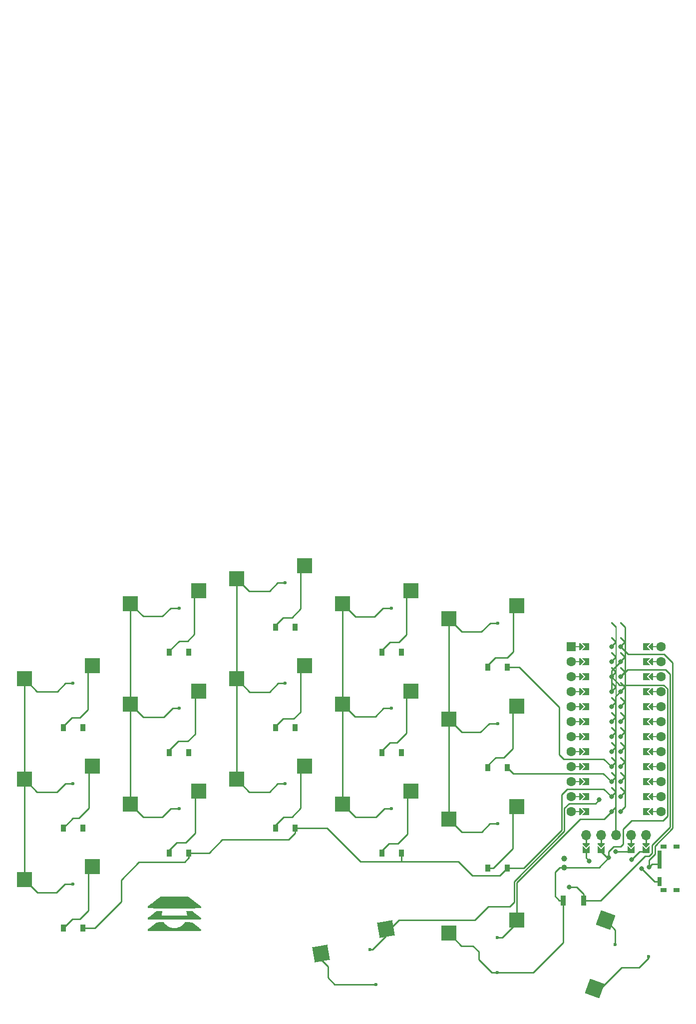
<source format=gbr>
%TF.GenerationSoftware,KiCad,Pcbnew,(6.0.9-0)*%
%TF.CreationDate,2022-12-30T00:27:58+01:00*%
%TF.ProjectId,beamer,6265616d-6572-42e6-9b69-6361645f7063,v1.0.0*%
%TF.SameCoordinates,Original*%
%TF.FileFunction,Copper,L1,Top*%
%TF.FilePolarity,Positive*%
%FSLAX46Y46*%
G04 Gerber Fmt 4.6, Leading zero omitted, Abs format (unit mm)*
G04 Created by KiCad (PCBNEW (6.0.9-0)) date 2022-12-30 00:27:58*
%MOMM*%
%LPD*%
G01*
G04 APERTURE LIST*
G04 Aperture macros list*
%AMRotRect*
0 Rectangle, with rotation*
0 The origin of the aperture is its center*
0 $1 length*
0 $2 width*
0 $3 Rotation angle, in degrees counterclockwise*
0 Add horizontal line*
21,1,$1,$2,0,0,$3*%
%AMFreePoly0*
4,1,49,0.088388,4.152388,0.854389,3.386388,0.867708,3.368551,0.871189,3.365530,0.871982,3.362827,0.875852,3.357644,0.882333,3.327543,0.891000,3.298000,0.891000,0.766000,0.887805,0.743969,0.888131,0.739371,0.886780,0.736898,0.885852,0.730498,0.869154,0.704638,0.854389,0.677612,0.088388,-0.088388,0.064607,-0.106146,0.062500,-0.108253,0.061385,-0.108552,0.059644,-0.109852,
0.043810,-0.113261,0.000000,-0.125000,-0.004774,-0.123721,-0.009154,-0.124664,-0.028953,-0.117242,-0.062500,-0.108253,-0.068237,-0.102516,-0.075052,-0.099961,-0.087614,-0.083139,-0.108253,-0.062500,-0.111178,-0.051584,-0.117161,-0.043572,-0.118539,-0.024114,-0.125000,0.000000,-0.121239,0.014035,-0.122131,0.026629,-0.113759,0.041953,-0.108253,0.062500,-0.095642,0.075111,-0.088388,0.088388,
0.641000,0.817777,0.641000,3.246223,-0.088388,3.975612,-0.109852,4.004356,-0.124664,4.073154,-0.099961,4.139052,-0.043572,4.181161,0.026629,4.186131,0.088388,4.152388,0.088388,4.152388,$1*%
%AMFreePoly1*
4,1,6,0.600000,0.200000,0.000000,-0.400000,-0.600000,0.200000,-0.600000,0.400000,0.600000,0.400000,0.600000,0.200000,0.600000,0.200000,$1*%
%AMFreePoly2*
4,1,6,0.600000,-0.250000,-0.600000,-0.250000,-0.600000,1.000000,0.000000,0.400000,0.600000,1.000000,0.600000,-0.250000,0.600000,-0.250000,$1*%
%AMFreePoly3*
4,1,5,0.125000,-0.500000,-0.125000,-0.500000,-0.125000,0.500000,0.125000,0.500000,0.125000,-0.500000,0.125000,-0.500000,$1*%
%AMFreePoly4*
4,1,49,0.088388,4.152388,0.850389,3.390388,0.863708,3.372551,0.867189,3.369530,0.867982,3.366827,0.871852,3.361644,0.878333,3.331543,0.887000,3.302000,0.887000,0.762000,0.883805,0.739969,0.884131,0.735371,0.882780,0.732898,0.881852,0.726498,0.865154,0.700638,0.850389,0.673612,0.088388,-0.088388,0.064607,-0.106146,0.062500,-0.108253,0.061385,-0.108552,0.059644,-0.109852,
0.043810,-0.113261,0.000000,-0.125000,-0.004774,-0.123721,-0.009154,-0.124664,-0.028953,-0.117242,-0.062500,-0.108253,-0.068237,-0.102516,-0.075052,-0.099961,-0.087614,-0.083139,-0.108253,-0.062500,-0.111178,-0.051584,-0.117161,-0.043572,-0.118539,-0.024114,-0.125000,0.000000,-0.121239,0.014035,-0.122131,0.026629,-0.113759,0.041953,-0.108253,0.062500,-0.095642,0.075111,-0.088388,0.088388,
0.637000,0.813777,0.637000,3.250223,-0.088388,3.975612,-0.109852,4.004356,-0.124664,4.073154,-0.099961,4.139052,-0.043572,4.181161,0.026629,4.186131,0.088388,4.152388,0.088388,4.152388,$1*%
G04 Aperture macros list end*
%TA.AperFunction,SMDPad,CuDef*%
%ADD10R,2.600000X2.600000*%
%TD*%
%TA.AperFunction,ComponentPad*%
%ADD11R,0.900000X1.200000*%
%TD*%
%TA.AperFunction,ComponentPad*%
%ADD12C,0.600000*%
%TD*%
%TA.AperFunction,SMDPad,CuDef*%
%ADD13RotRect,2.600000X2.600000X10.000000*%
%TD*%
%TA.AperFunction,SMDPad,CuDef*%
%ADD14RotRect,2.600000X2.600000X70.000000*%
%TD*%
%TA.AperFunction,SMDPad,CuDef*%
%ADD15FreePoly0,270.000000*%
%TD*%
%TA.AperFunction,ComponentPad*%
%ADD16C,1.600000*%
%TD*%
%TA.AperFunction,SMDPad,CuDef*%
%ADD17FreePoly1,90.000000*%
%TD*%
%TA.AperFunction,SMDPad,CuDef*%
%ADD18FreePoly2,90.000000*%
%TD*%
%TA.AperFunction,SMDPad,CuDef*%
%ADD19FreePoly3,90.000000*%
%TD*%
%TA.AperFunction,ComponentPad*%
%ADD20R,1.600000X1.600000*%
%TD*%
%TA.AperFunction,SMDPad,CuDef*%
%ADD21FreePoly2,270.000000*%
%TD*%
%TA.AperFunction,SMDPad,CuDef*%
%ADD22FreePoly3,270.000000*%
%TD*%
%TA.AperFunction,SMDPad,CuDef*%
%ADD23FreePoly1,270.000000*%
%TD*%
%TA.AperFunction,SMDPad,CuDef*%
%ADD24FreePoly4,90.000000*%
%TD*%
%TA.AperFunction,ComponentPad*%
%ADD25C,0.800000*%
%TD*%
%TA.AperFunction,ComponentPad*%
%ADD26O,1.700000X1.700000*%
%TD*%
%TA.AperFunction,SMDPad,CuDef*%
%ADD27FreePoly1,0.000000*%
%TD*%
%TA.AperFunction,SMDPad,CuDef*%
%ADD28FreePoly2,0.000000*%
%TD*%
%TA.AperFunction,SMDPad,CuDef*%
%ADD29R,0.700000X1.500000*%
%TD*%
%TA.AperFunction,SMDPad,CuDef*%
%ADD30R,1.000000X0.800000*%
%TD*%
%TA.AperFunction,SMDPad,CuDef*%
%ADD31R,0.900000X1.700000*%
%TD*%
%TA.AperFunction,ComponentPad*%
%ADD32C,1.000000*%
%TD*%
%TA.AperFunction,ViaPad*%
%ADD33C,0.800000*%
%TD*%
%TA.AperFunction,Conductor*%
%ADD34C,0.250000*%
%TD*%
G04 APERTURE END LIST*
%TO.C,*%
G36*
X176507660Y-160188672D02*
G01*
X176629796Y-160188818D01*
X176735254Y-160189172D01*
X176825536Y-160189842D01*
X176902146Y-160190938D01*
X176966588Y-160192570D01*
X177020364Y-160194846D01*
X177064977Y-160197876D01*
X177101930Y-160201769D01*
X177132728Y-160206634D01*
X177158872Y-160212581D01*
X177181867Y-160219718D01*
X177203214Y-160228156D01*
X177224418Y-160238003D01*
X177230964Y-160241242D01*
X177253984Y-160254728D01*
X177288388Y-160277477D01*
X177331308Y-160307463D01*
X177379873Y-160342662D01*
X177431213Y-160381049D01*
X177456112Y-160400098D01*
X177624722Y-160530194D01*
X177779253Y-160649581D01*
X177920093Y-160758566D01*
X178047628Y-160857453D01*
X178162247Y-160946547D01*
X178264338Y-161026153D01*
X178354288Y-161096577D01*
X178432484Y-161158123D01*
X178499316Y-161211096D01*
X178555169Y-161255801D01*
X178600433Y-161292543D01*
X178635495Y-161321627D01*
X178660742Y-161343358D01*
X178676562Y-161358042D01*
X178682763Y-161365023D01*
X178698242Y-161394418D01*
X178711297Y-161430339D01*
X178715132Y-161445497D01*
X178718463Y-161503449D01*
X178705671Y-161559564D01*
X178678750Y-161610519D01*
X178639698Y-161652987D01*
X178590512Y-161683643D01*
X178566967Y-161692299D01*
X178562051Y-161693405D01*
X178554637Y-161694453D01*
X178544247Y-161695443D01*
X178530405Y-161696378D01*
X178512636Y-161697259D01*
X178490461Y-161698087D01*
X178463405Y-161698864D01*
X178430991Y-161699592D01*
X178392743Y-161700271D01*
X178348184Y-161700903D01*
X178296837Y-161701490D01*
X178238226Y-161702034D01*
X178171875Y-161702535D01*
X178097307Y-161702995D01*
X178014045Y-161703416D01*
X177921612Y-161703799D01*
X177819533Y-161704145D01*
X177707331Y-161704457D01*
X177584529Y-161704735D01*
X177450651Y-161704982D01*
X177305220Y-161705197D01*
X177147759Y-161705384D01*
X176977793Y-161705543D01*
X176794844Y-161705676D01*
X176598436Y-161705785D01*
X176388092Y-161705870D01*
X176163336Y-161705934D01*
X175923692Y-161705978D01*
X175668683Y-161706003D01*
X175397832Y-161706011D01*
X175110662Y-161706003D01*
X174806698Y-161705981D01*
X174485463Y-161705946D01*
X174177489Y-161705904D01*
X173838736Y-161705850D01*
X173517695Y-161705787D01*
X173213899Y-161705716D01*
X172926876Y-161705633D01*
X172656159Y-161705538D01*
X172401279Y-161705428D01*
X172161766Y-161705303D01*
X171937151Y-161705161D01*
X171726965Y-161705001D01*
X171530740Y-161704820D01*
X171348005Y-161704618D01*
X171178292Y-161704393D01*
X171021132Y-161704143D01*
X170876056Y-161703867D01*
X170742594Y-161703563D01*
X170620278Y-161703230D01*
X170508639Y-161702867D01*
X170407207Y-161702471D01*
X170315513Y-161702042D01*
X170233089Y-161701577D01*
X170159464Y-161701076D01*
X170094171Y-161700536D01*
X170036740Y-161699957D01*
X169986701Y-161699337D01*
X169943587Y-161698673D01*
X169906927Y-161697966D01*
X169876253Y-161697213D01*
X169851095Y-161696412D01*
X169830985Y-161695563D01*
X169815454Y-161694663D01*
X169804031Y-161693712D01*
X169796249Y-161692707D01*
X169792050Y-161691781D01*
X169745224Y-161668934D01*
X169708415Y-161638564D01*
X169671578Y-161589989D01*
X169649929Y-161535175D01*
X169643786Y-161477517D01*
X169653470Y-161420410D01*
X169679300Y-161367250D01*
X169682431Y-161362770D01*
X169693722Y-161351517D01*
X169718270Y-161330222D01*
X169754850Y-161299838D01*
X169802234Y-161261312D01*
X169859197Y-161215595D01*
X169924511Y-161163637D01*
X169996950Y-161106388D01*
X170075288Y-161044797D01*
X170158298Y-160979814D01*
X170244753Y-160912388D01*
X170333427Y-160843471D01*
X170423094Y-160774011D01*
X170512527Y-160704958D01*
X170600499Y-160637262D01*
X170685784Y-160571874D01*
X170767156Y-160509742D01*
X170843387Y-160451816D01*
X170913252Y-160399047D01*
X170975524Y-160352383D01*
X171028976Y-160312776D01*
X171072381Y-160281174D01*
X171104514Y-160258528D01*
X171124148Y-160245786D01*
X171126565Y-160244460D01*
X171148513Y-160233567D01*
X171169852Y-160224199D01*
X171192090Y-160216239D01*
X171216733Y-160209572D01*
X171245287Y-160204082D01*
X171279259Y-160199655D01*
X171320155Y-160196175D01*
X171369483Y-160193526D01*
X171428748Y-160191594D01*
X171499457Y-160190263D01*
X171583117Y-160189417D01*
X171681234Y-160188942D01*
X171795314Y-160188721D01*
X171855164Y-160188672D01*
X172383461Y-160188355D01*
X172452042Y-160281822D01*
X172573756Y-160432624D01*
X172708325Y-160571386D01*
X172854510Y-160697317D01*
X173011068Y-160809621D01*
X173176760Y-160907506D01*
X173350344Y-160990177D01*
X173530579Y-161056841D01*
X173716224Y-161106704D01*
X173754139Y-161114640D01*
X173831230Y-161129199D01*
X173899175Y-161139915D01*
X173963541Y-161147310D01*
X174029897Y-161151908D01*
X174103809Y-161154233D01*
X174181412Y-161154815D01*
X174374959Y-161147236D01*
X174560253Y-161124182D01*
X174739317Y-161085180D01*
X174914174Y-161029753D01*
X175086846Y-160957427D01*
X175146976Y-160928116D01*
X175312201Y-160834883D01*
X175469915Y-160726339D01*
X175618034Y-160604244D01*
X175754474Y-160470359D01*
X175877150Y-160326446D01*
X175909195Y-160283985D01*
X175979363Y-160188355D01*
X176507660Y-160188672D01*
G37*
G36*
X176520919Y-158251338D02*
G01*
X176598374Y-158251746D01*
X176677282Y-158252338D01*
X176755553Y-158253098D01*
X176831096Y-158254012D01*
X176901820Y-158255064D01*
X176965635Y-158256238D01*
X177020449Y-158257520D01*
X177064172Y-158258892D01*
X177094714Y-158260341D01*
X177109288Y-158261712D01*
X177128470Y-158265397D01*
X177146840Y-158269715D01*
X177165340Y-158275322D01*
X177184913Y-158282872D01*
X177206503Y-158293020D01*
X177231053Y-158306420D01*
X177259504Y-158323727D01*
X177292802Y-158345595D01*
X177331888Y-158372680D01*
X177377705Y-158405635D01*
X177431197Y-158445116D01*
X177493307Y-158491777D01*
X177564978Y-158546273D01*
X177647152Y-158609258D01*
X177740773Y-158681388D01*
X177846784Y-158763316D01*
X177966128Y-158855698D01*
X177976473Y-158863709D01*
X178092652Y-158953717D01*
X178195297Y-159033331D01*
X178285272Y-159103256D01*
X178363446Y-159164196D01*
X178430685Y-159216855D01*
X178487856Y-159261938D01*
X178535825Y-159300148D01*
X178575459Y-159332190D01*
X178607626Y-159358769D01*
X178633192Y-159380588D01*
X178653023Y-159398352D01*
X178667987Y-159412764D01*
X178678950Y-159424530D01*
X178686779Y-159434353D01*
X178692341Y-159442937D01*
X178694655Y-159447203D01*
X178714252Y-159504137D01*
X178717471Y-159562764D01*
X178705249Y-159619659D01*
X178678523Y-159671396D01*
X178638229Y-159714549D01*
X178617524Y-159729264D01*
X178573747Y-159756537D01*
X174190035Y-159758838D01*
X169806322Y-159761138D01*
X169757504Y-159735716D01*
X169709741Y-159701302D01*
X169674528Y-159656177D01*
X169652676Y-159603516D01*
X169644999Y-159546494D01*
X169652310Y-159488286D01*
X169675421Y-159432068D01*
X169678458Y-159426963D01*
X169688381Y-159416890D01*
X169711561Y-159396744D01*
X169746784Y-159367465D01*
X169792841Y-159329993D01*
X169848519Y-159285267D01*
X169912607Y-159234229D01*
X169983895Y-159177817D01*
X170061169Y-159116971D01*
X170143220Y-159052632D01*
X170228835Y-158985740D01*
X170316803Y-158917233D01*
X170405914Y-158848053D01*
X170494955Y-158779139D01*
X170582715Y-158711431D01*
X170667983Y-158645869D01*
X170749547Y-158583393D01*
X170826197Y-158524943D01*
X170896720Y-158471459D01*
X170959906Y-158423880D01*
X171014542Y-158383147D01*
X171059418Y-158350199D01*
X171093323Y-158325977D01*
X171115044Y-158311420D01*
X171119634Y-158308734D01*
X171143074Y-158296581D01*
X171165510Y-158286306D01*
X171188657Y-158277752D01*
X171214229Y-158270760D01*
X171243938Y-158265173D01*
X171279498Y-158260833D01*
X171322622Y-158257583D01*
X171375025Y-158255265D01*
X171438419Y-158253722D01*
X171514517Y-158252795D01*
X171605034Y-158252327D01*
X171711683Y-158252160D01*
X171734657Y-158252149D01*
X171838394Y-158252201D01*
X171925214Y-158252459D01*
X171996380Y-158252957D01*
X172053157Y-158253728D01*
X172096809Y-158254804D01*
X172128599Y-158256219D01*
X172149791Y-158258006D01*
X172161650Y-158260198D01*
X172165439Y-158262827D01*
X172165345Y-158263396D01*
X172123834Y-158387096D01*
X172089144Y-158522050D01*
X172062418Y-158662240D01*
X172044801Y-158801646D01*
X172037435Y-158934249D01*
X172037404Y-158936501D01*
X172035957Y-159047446D01*
X176326867Y-159047446D01*
X176325152Y-158931910D01*
X176317111Y-158792119D01*
X176297764Y-158645828D01*
X176268293Y-158499749D01*
X176229883Y-158360595D01*
X176218242Y-158325399D01*
X176207336Y-158293311D01*
X176199185Y-158268663D01*
X176195219Y-158255798D01*
X176195048Y-158254945D01*
X176203790Y-158253629D01*
X176228619Y-158252606D01*
X176267447Y-158251860D01*
X176318181Y-158251376D01*
X176378732Y-158251138D01*
X176447008Y-158251130D01*
X176520919Y-158251338D01*
G37*
G36*
X173079915Y-155816562D02*
G01*
X173248958Y-155816674D01*
X173433089Y-155816849D01*
X173632991Y-155817070D01*
X173849344Y-155817324D01*
X174082831Y-155817595D01*
X174215683Y-155817742D01*
X176463230Y-155820173D01*
X176522321Y-155840298D01*
X176563004Y-155856368D01*
X176605756Y-155876640D01*
X176631412Y-155890865D01*
X176643623Y-155899473D01*
X176669172Y-155918435D01*
X176707033Y-155946959D01*
X176756179Y-155984254D01*
X176815584Y-156029527D01*
X176884222Y-156081986D01*
X176961066Y-156140840D01*
X177045090Y-156205295D01*
X177135268Y-156274560D01*
X177230573Y-156347844D01*
X177329980Y-156424353D01*
X177432462Y-156503295D01*
X177536992Y-156583880D01*
X177642544Y-156665313D01*
X177748092Y-156746805D01*
X177852610Y-156827561D01*
X177955071Y-156906791D01*
X178054449Y-156983702D01*
X178149718Y-157057502D01*
X178239851Y-157127400D01*
X178323823Y-157192602D01*
X178400606Y-157252317D01*
X178469175Y-157305753D01*
X178528502Y-157352117D01*
X178577563Y-157390619D01*
X178615330Y-157420464D01*
X178640778Y-157440862D01*
X178652699Y-157450853D01*
X178687048Y-157494199D01*
X178709090Y-157546703D01*
X178717968Y-157603529D01*
X178712822Y-157659840D01*
X178697345Y-157702612D01*
X178670903Y-157741568D01*
X178635825Y-157776856D01*
X178597610Y-157803596D01*
X178570692Y-157814972D01*
X178560752Y-157815800D01*
X178536914Y-157816586D01*
X178498991Y-157817331D01*
X178446796Y-157818036D01*
X178380141Y-157818701D01*
X178298838Y-157819326D01*
X178202700Y-157819912D01*
X178091539Y-157820460D01*
X177965168Y-157820969D01*
X177823399Y-157821440D01*
X177666045Y-157821873D01*
X177492918Y-157822269D01*
X177303830Y-157822628D01*
X177098594Y-157822951D01*
X176877023Y-157823238D01*
X176638928Y-157823489D01*
X176384123Y-157823705D01*
X176112420Y-157823886D01*
X175823631Y-157824033D01*
X175517568Y-157824146D01*
X175194045Y-157824225D01*
X174852874Y-157824271D01*
X174493866Y-157824284D01*
X174176867Y-157824269D01*
X173834841Y-157824236D01*
X173510546Y-157824191D01*
X173203527Y-157824133D01*
X172913332Y-157824060D01*
X172639510Y-157823972D01*
X172381607Y-157823868D01*
X172139171Y-157823744D01*
X171911749Y-157823602D01*
X171698890Y-157823438D01*
X171500140Y-157823252D01*
X171315048Y-157823042D01*
X171143160Y-157822808D01*
X170984025Y-157822547D01*
X170837189Y-157822259D01*
X170702200Y-157821942D01*
X170578607Y-157821594D01*
X170465956Y-157821215D01*
X170363794Y-157820804D01*
X170271671Y-157820357D01*
X170189132Y-157819876D01*
X170115726Y-157819357D01*
X170050999Y-157818801D01*
X169994501Y-157818204D01*
X169945777Y-157817567D01*
X169904377Y-157816888D01*
X169869846Y-157816165D01*
X169841733Y-157815397D01*
X169819586Y-157814583D01*
X169802951Y-157813722D01*
X169791377Y-157812812D01*
X169784411Y-157811851D01*
X169782546Y-157811363D01*
X169732729Y-157784728D01*
X169693536Y-157746124D01*
X169665618Y-157698785D01*
X169649625Y-157645944D01*
X169646206Y-157590833D01*
X169656010Y-157536686D01*
X169679689Y-157486735D01*
X169710125Y-157450979D01*
X169720328Y-157442665D01*
X169744094Y-157423928D01*
X169780571Y-157395427D01*
X169828908Y-157357822D01*
X169888252Y-157311770D01*
X169957752Y-157257931D01*
X170036556Y-157196963D01*
X170123812Y-157129525D01*
X170218668Y-157056276D01*
X170320274Y-156977875D01*
X170427776Y-156894981D01*
X170540323Y-156808251D01*
X170657064Y-156718346D01*
X170726865Y-156664616D01*
X170872014Y-156553023D01*
X171008212Y-156448550D01*
X171134983Y-156351555D01*
X171251852Y-156262397D01*
X171358343Y-156181434D01*
X171453980Y-156109027D01*
X171538288Y-156045533D01*
X171610791Y-155991311D01*
X171671014Y-155946721D01*
X171718480Y-155912121D01*
X171752716Y-155887869D01*
X171773244Y-155874326D01*
X171776865Y-155872300D01*
X171788310Y-155866335D01*
X171798481Y-155860799D01*
X171808060Y-155855676D01*
X171817729Y-155850951D01*
X171828170Y-155846608D01*
X171840065Y-155842634D01*
X171854095Y-155839012D01*
X171870942Y-155835726D01*
X171891288Y-155832763D01*
X171915815Y-155830106D01*
X171945204Y-155827741D01*
X171980136Y-155825652D01*
X172021295Y-155823823D01*
X172069361Y-155822240D01*
X172125016Y-155820888D01*
X172188942Y-155819750D01*
X172261821Y-155818812D01*
X172344334Y-155818059D01*
X172437164Y-155817475D01*
X172540991Y-155817046D01*
X172656498Y-155816755D01*
X172784367Y-155816587D01*
X172925279Y-155816528D01*
X173079915Y-155816562D01*
G37*
%TD*%
D10*
%TO.P,,1*%
%TO.N,pinky_bottom*%
X160275000Y-150750000D03*
%TO.P,,2*%
%TO.N,P15*%
X148725000Y-152950000D03*
%TD*%
D11*
%TO.P,D1,1*%
%TO.N,P8*%
X158650000Y-161200000D03*
%TO.P,D1,2*%
%TO.N,pinky_bottom*%
X155350000Y-161200000D03*
%TD*%
D12*
%TO.P,,1*%
%TO.N,P15*%
X157000000Y-153700000D03*
%TD*%
D10*
%TO.P,,1*%
%TO.N,pinky_home*%
X160275000Y-133750000D03*
%TO.P,,2*%
%TO.N,P15*%
X148725000Y-135950000D03*
%TD*%
D11*
%TO.P,D2,1*%
%TO.N,P7*%
X158650000Y-144200000D03*
%TO.P,D2,2*%
%TO.N,pinky_home*%
X155350000Y-144200000D03*
%TD*%
D12*
%TO.P,,1*%
%TO.N,P15*%
X157000000Y-136700000D03*
%TD*%
D10*
%TO.P,,1*%
%TO.N,pinky_top*%
X160275000Y-116750000D03*
%TO.P,,2*%
%TO.N,P15*%
X148725000Y-118950000D03*
%TD*%
D11*
%TO.P,D3,1*%
%TO.N,P6*%
X158650000Y-127200000D03*
%TO.P,D3,2*%
%TO.N,pinky_top*%
X155350000Y-127200000D03*
%TD*%
D12*
%TO.P,,1*%
%TO.N,P15*%
X157000000Y-119700000D03*
%TD*%
D10*
%TO.P,,1*%
%TO.N,ring_bottom*%
X178275000Y-138000000D03*
%TO.P,,2*%
%TO.N,P18*%
X166725000Y-140200000D03*
%TD*%
D11*
%TO.P,D4,1*%
%TO.N,P8*%
X176650000Y-148450000D03*
%TO.P,D4,2*%
%TO.N,ring_bottom*%
X173350000Y-148450000D03*
%TD*%
D12*
%TO.P,,1*%
%TO.N,P18*%
X175000000Y-140950000D03*
%TD*%
D10*
%TO.P,,1*%
%TO.N,ring_home*%
X178275000Y-121000000D03*
%TO.P,,2*%
%TO.N,P18*%
X166725000Y-123200000D03*
%TD*%
D11*
%TO.P,D5,1*%
%TO.N,P7*%
X176650000Y-131450000D03*
%TO.P,D5,2*%
%TO.N,ring_home*%
X173350000Y-131450000D03*
%TD*%
D12*
%TO.P,,1*%
%TO.N,P18*%
X175000000Y-123950000D03*
%TD*%
D10*
%TO.P,,1*%
%TO.N,ring_top*%
X178275000Y-104000000D03*
%TO.P,,2*%
%TO.N,P18*%
X166725000Y-106200000D03*
%TD*%
D11*
%TO.P,D6,1*%
%TO.N,P6*%
X176650000Y-114450000D03*
%TO.P,D6,2*%
%TO.N,ring_top*%
X173350000Y-114450000D03*
%TD*%
D12*
%TO.P,,1*%
%TO.N,P18*%
X175000000Y-106950000D03*
%TD*%
D10*
%TO.P,,1*%
%TO.N,middle_bottom*%
X196275000Y-133750000D03*
%TO.P,,2*%
%TO.N,P19*%
X184725000Y-135950000D03*
%TD*%
D11*
%TO.P,D7,1*%
%TO.N,P8*%
X194650000Y-144200000D03*
%TO.P,D7,2*%
%TO.N,middle_bottom*%
X191350000Y-144200000D03*
%TD*%
D12*
%TO.P,,1*%
%TO.N,P19*%
X193000000Y-136700000D03*
%TD*%
D10*
%TO.P,,1*%
%TO.N,middle_home*%
X196275000Y-116750000D03*
%TO.P,,2*%
%TO.N,P19*%
X184725000Y-118950000D03*
%TD*%
D11*
%TO.P,D8,1*%
%TO.N,P7*%
X194650000Y-127200000D03*
%TO.P,D8,2*%
%TO.N,middle_home*%
X191350000Y-127200000D03*
%TD*%
D12*
%TO.P,,1*%
%TO.N,P19*%
X193000000Y-119700000D03*
%TD*%
D10*
%TO.P,,1*%
%TO.N,middle_top*%
X196275000Y-99750000D03*
%TO.P,,2*%
%TO.N,P19*%
X184725000Y-101950000D03*
%TD*%
D11*
%TO.P,D9,1*%
%TO.N,P6*%
X194650000Y-110200000D03*
%TO.P,D9,2*%
%TO.N,middle_top*%
X191350000Y-110200000D03*
%TD*%
D12*
%TO.P,,1*%
%TO.N,P19*%
X193000000Y-102700000D03*
%TD*%
D10*
%TO.P,,1*%
%TO.N,index_bottom*%
X214275000Y-138000000D03*
%TO.P,,2*%
%TO.N,P20*%
X202725000Y-140200000D03*
%TD*%
D11*
%TO.P,D10,1*%
%TO.N,P8*%
X212650000Y-148450000D03*
%TO.P,D10,2*%
%TO.N,index_bottom*%
X209350000Y-148450000D03*
%TD*%
D12*
%TO.P,,1*%
%TO.N,P20*%
X211000000Y-140950000D03*
%TD*%
D10*
%TO.P,,1*%
%TO.N,index_home*%
X214275000Y-121000000D03*
%TO.P,,2*%
%TO.N,P20*%
X202725000Y-123200000D03*
%TD*%
D11*
%TO.P,D11,1*%
%TO.N,P7*%
X212650000Y-131450000D03*
%TO.P,D11,2*%
%TO.N,index_home*%
X209350000Y-131450000D03*
%TD*%
D12*
%TO.P,,1*%
%TO.N,P20*%
X211000000Y-123950000D03*
%TD*%
D10*
%TO.P,,1*%
%TO.N,index_top*%
X214275000Y-104000000D03*
%TO.P,,2*%
%TO.N,P20*%
X202725000Y-106200000D03*
%TD*%
D11*
%TO.P,D12,1*%
%TO.N,P6*%
X212650000Y-114450000D03*
%TO.P,D12,2*%
%TO.N,index_top*%
X209350000Y-114450000D03*
%TD*%
D12*
%TO.P,,1*%
%TO.N,P20*%
X211000000Y-106950000D03*
%TD*%
D10*
%TO.P,,1*%
%TO.N,inner_bottom*%
X232275000Y-140550000D03*
%TO.P,,2*%
%TO.N,P21*%
X220725000Y-142750000D03*
%TD*%
D11*
%TO.P,D13,1*%
%TO.N,P8*%
X230650000Y-151000000D03*
%TO.P,D13,2*%
%TO.N,inner_bottom*%
X227350000Y-151000000D03*
%TD*%
D12*
%TO.P,,1*%
%TO.N,P21*%
X229000000Y-143500000D03*
%TD*%
D10*
%TO.P,,1*%
%TO.N,inner_home*%
X232275000Y-123550000D03*
%TO.P,,2*%
%TO.N,P21*%
X220725000Y-125750000D03*
%TD*%
D11*
%TO.P,D14,1*%
%TO.N,P7*%
X230650000Y-134000000D03*
%TO.P,D14,2*%
%TO.N,inner_home*%
X227350000Y-134000000D03*
%TD*%
D12*
%TO.P,,1*%
%TO.N,P21*%
X229000000Y-126500000D03*
%TD*%
D10*
%TO.P,,1*%
%TO.N,inner_top*%
X232275000Y-106550000D03*
%TO.P,,2*%
%TO.N,P21*%
X220725000Y-108750000D03*
%TD*%
D11*
%TO.P,D15,1*%
%TO.N,P6*%
X230650000Y-117000000D03*
%TO.P,D15,2*%
%TO.N,inner_top*%
X227350000Y-117000000D03*
%TD*%
D12*
%TO.P,,1*%
%TO.N,P21*%
X229000000Y-109500000D03*
%TD*%
D13*
%TO.P,,1*%
%TO.N,P16*%
X210052760Y-161313664D03*
%TO.P,,2*%
%TO.N,GND*%
X199060256Y-165485878D03*
%TD*%
D12*
%TO.P,,1*%
%TO.N,P16*%
X207339776Y-164787544D03*
%TD*%
%TO.P,,1*%
%TO.N,GND*%
X208381665Y-170696391D03*
%TD*%
D10*
%TO.P,,2*%
%TO.N,GND*%
X220697654Y-161987433D03*
%TO.P,,1*%
%TO.N,P9*%
X232247654Y-159787433D03*
%TD*%
D12*
%TO.P,,1*%
%TO.N,P9*%
X228972654Y-162737433D03*
%TD*%
%TO.P,,1*%
%TO.N,GND*%
X228972654Y-168737433D03*
%TD*%
D14*
%TO.P,,1*%
%TO.N,P10*%
X247306258Y-159846241D03*
%TO.P,,2*%
%TO.N,GND*%
X245423249Y-171452135D03*
%TD*%
D12*
%TO.P,,1*%
%TO.N,P10*%
X248958235Y-163932694D03*
%TD*%
%TO.P,,1*%
%TO.N,GND*%
X254596391Y-165984815D03*
%TD*%
D15*
%TO.P,,2*%
%TO.N,GND*%
X249817000Y-116070000D03*
D16*
%TO.P,,*%
%TO.N,*%
X241435000Y-113530000D03*
X241435000Y-116070000D03*
X241435000Y-118610000D03*
X241435000Y-121150000D03*
X241435000Y-123690000D03*
X241435000Y-126230000D03*
X241435000Y-128770000D03*
X241435000Y-131310000D03*
X241435000Y-133850000D03*
X241435000Y-136390000D03*
X241435000Y-138930000D03*
X241435000Y-141470000D03*
X256675000Y-141470000D03*
X256675000Y-138930000D03*
X256675000Y-136390000D03*
X256675000Y-133850000D03*
X256675000Y-131310000D03*
X256675000Y-128770000D03*
X256675000Y-126230000D03*
X256675000Y-123690000D03*
X256675000Y-121150000D03*
X256675000Y-118610000D03*
X256675000Y-116070000D03*
X256675000Y-113530000D03*
D17*
X243213000Y-113530000D03*
D18*
%TO.P,,24*%
%TO.N,P1*%
X244229000Y-113530000D03*
D19*
%TO.P,,*%
%TO.N,*%
X242705000Y-113530000D03*
D20*
X241435000Y-113530000D03*
D19*
X242705000Y-116070000D03*
D17*
X243213000Y-116070000D03*
D18*
%TO.P,,23*%
%TO.N,P0*%
X244229000Y-116070000D03*
D19*
%TO.P,,*%
%TO.N,*%
X242705000Y-118610000D03*
D17*
X243213000Y-118610000D03*
D18*
%TO.P,,22*%
%TO.N,GND*%
X244229000Y-118610000D03*
D19*
%TO.P,,*%
%TO.N,*%
X242705000Y-121150000D03*
D17*
X243213000Y-121150000D03*
D18*
%TO.P,,21*%
%TO.N,GND*%
X244229000Y-121150000D03*
D19*
%TO.P,,*%
%TO.N,*%
X242705000Y-123690000D03*
D17*
X243213000Y-123690000D03*
D18*
%TO.P,,20*%
%TO.N,P2*%
X244229000Y-123690000D03*
D19*
%TO.P,,*%
%TO.N,*%
X242705000Y-126230000D03*
D17*
X243213000Y-126230000D03*
D18*
%TO.P,,19*%
%TO.N,P3*%
X244229000Y-126230000D03*
D19*
%TO.P,,*%
%TO.N,*%
X242705000Y-128770000D03*
D17*
X243213000Y-128770000D03*
D18*
%TO.P,,18*%
%TO.N,P4*%
X244229000Y-128770000D03*
D19*
%TO.P,,*%
%TO.N,*%
X242705000Y-131310000D03*
D17*
X243213000Y-131310000D03*
D18*
%TO.P,,17*%
%TO.N,P5*%
X244229000Y-131310000D03*
D19*
%TO.P,,*%
%TO.N,*%
X242705000Y-133850000D03*
D17*
X243213000Y-133850000D03*
D18*
%TO.P,,16*%
%TO.N,P6*%
X244229000Y-133850000D03*
D19*
%TO.P,,*%
%TO.N,*%
X242705000Y-136390000D03*
D17*
X243213000Y-136390000D03*
D18*
%TO.P,,15*%
%TO.N,P7*%
X244229000Y-136390000D03*
D19*
%TO.P,,*%
%TO.N,*%
X242705000Y-138930000D03*
D17*
X243213000Y-138930000D03*
D18*
%TO.P,,14*%
%TO.N,P8*%
X244229000Y-138930000D03*
D19*
%TO.P,,*%
%TO.N,*%
X242705000Y-141470000D03*
D17*
X243213000Y-141470000D03*
D18*
%TO.P,,13*%
%TO.N,P9*%
X244229000Y-141470000D03*
D21*
%TO.P,,1*%
%TO.N,RAW*%
X253881000Y-113530000D03*
%TO.P,,3*%
%TO.N,RST*%
X253881000Y-118610000D03*
D22*
%TO.P,,*%
%TO.N,*%
X255405000Y-118610000D03*
D23*
X254897000Y-118610000D03*
X254897000Y-113530000D03*
D22*
X255405000Y-116070000D03*
D21*
%TO.P,,2*%
%TO.N,GND*%
X253881000Y-116070000D03*
D22*
%TO.P,,*%
%TO.N,*%
X255405000Y-113530000D03*
D21*
%TO.P,,4*%
%TO.N,VCC*%
X253881000Y-121150000D03*
D23*
%TO.P,,*%
%TO.N,*%
X254897000Y-116070000D03*
X254897000Y-121150000D03*
D21*
%TO.P,,6*%
%TO.N,P20*%
X253881000Y-126230000D03*
%TO.P,,7*%
%TO.N,P19*%
X253881000Y-128770000D03*
D22*
%TO.P,,*%
%TO.N,*%
X255405000Y-141470000D03*
D23*
X254897000Y-128770000D03*
D22*
X255405000Y-136390000D03*
D21*
%TO.P,,8*%
%TO.N,P18*%
X253881000Y-131310000D03*
D22*
%TO.P,,*%
%TO.N,*%
X255405000Y-128770000D03*
D21*
%TO.P,,12*%
%TO.N,P10*%
X253881000Y-141470000D03*
D23*
%TO.P,,*%
%TO.N,*%
X254897000Y-131310000D03*
D22*
X255405000Y-133850000D03*
D23*
X254897000Y-141470000D03*
D22*
X255405000Y-123690000D03*
X255405000Y-131310000D03*
X255405000Y-126230000D03*
D21*
%TO.P,,9*%
%TO.N,P15*%
X253881000Y-133850000D03*
D22*
%TO.P,,*%
%TO.N,*%
X255405000Y-121150000D03*
D23*
X254897000Y-123690000D03*
X254897000Y-126230000D03*
X254897000Y-133850000D03*
D21*
%TO.P,,10*%
%TO.N,P14*%
X253881000Y-136390000D03*
D23*
%TO.P,,*%
%TO.N,*%
X254897000Y-136390000D03*
X254897000Y-138930000D03*
D21*
%TO.P,,11*%
%TO.N,P16*%
X253881000Y-138930000D03*
D22*
%TO.P,,*%
%TO.N,*%
X255405000Y-138930000D03*
D21*
%TO.P,,5*%
%TO.N,P21*%
X253881000Y-123690000D03*
D24*
%TO.P,,23*%
%TO.N,P0*%
X248293000Y-116070000D03*
D25*
%TO.P,,2*%
%TO.N,GND*%
X249817000Y-116070000D03*
%TO.P,,23*%
%TO.N,P0*%
X248293000Y-116070000D03*
%TO.P,,24*%
%TO.N,P1*%
X248293000Y-113530000D03*
%TO.P,,1*%
%TO.N,RAW*%
X249817000Y-113530000D03*
D15*
X249817000Y-113530000D03*
D24*
%TO.P,,24*%
%TO.N,P1*%
X248293000Y-113530000D03*
D25*
%TO.P,,22*%
%TO.N,GND*%
X248293000Y-118610000D03*
%TO.P,,3*%
%TO.N,RST*%
X249817000Y-118610000D03*
D15*
X249817000Y-118610000D03*
D24*
%TO.P,,22*%
%TO.N,GND*%
X248293000Y-118610000D03*
D25*
%TO.P,,21*%
X248293000Y-121150000D03*
%TO.P,,4*%
%TO.N,VCC*%
X249817000Y-121150000D03*
D15*
X249817000Y-121150000D03*
D24*
%TO.P,,21*%
%TO.N,GND*%
X248293000Y-121150000D03*
D25*
%TO.P,,20*%
%TO.N,P2*%
X248293000Y-123690000D03*
%TO.P,,5*%
%TO.N,P21*%
X249817000Y-123690000D03*
D15*
X249817000Y-123690000D03*
D24*
%TO.P,,20*%
%TO.N,P2*%
X248293000Y-123690000D03*
D25*
%TO.P,,19*%
%TO.N,P3*%
X248293000Y-126230000D03*
%TO.P,,6*%
%TO.N,P20*%
X249817000Y-126230000D03*
D15*
X249817000Y-126230000D03*
D24*
%TO.P,,19*%
%TO.N,P3*%
X248293000Y-126230000D03*
D25*
%TO.P,,18*%
%TO.N,P4*%
X248293000Y-128770000D03*
%TO.P,,7*%
%TO.N,P19*%
X249817000Y-128770000D03*
D15*
X249817000Y-128770000D03*
D24*
%TO.P,,18*%
%TO.N,P4*%
X248293000Y-128770000D03*
D25*
%TO.P,,17*%
%TO.N,P5*%
X248293000Y-131310000D03*
%TO.P,,8*%
%TO.N,P18*%
X249817000Y-131310000D03*
D15*
X249817000Y-131310000D03*
D24*
%TO.P,,17*%
%TO.N,P5*%
X248293000Y-131310000D03*
D25*
%TO.P,,16*%
%TO.N,P6*%
X248293000Y-133850000D03*
%TO.P,,9*%
%TO.N,P15*%
X249817000Y-133850000D03*
D15*
X249817000Y-133850000D03*
D24*
%TO.P,,16*%
%TO.N,P6*%
X248293000Y-133850000D03*
D25*
%TO.P,,15*%
%TO.N,P7*%
X248293000Y-136390000D03*
%TO.P,,10*%
%TO.N,P14*%
X249817000Y-136390000D03*
D15*
X249817000Y-136390000D03*
D24*
%TO.P,,15*%
%TO.N,P7*%
X248293000Y-136390000D03*
D25*
%TO.P,,14*%
%TO.N,P8*%
X248293000Y-138930000D03*
%TO.P,,11*%
%TO.N,P16*%
X249817000Y-138930000D03*
D15*
X249817000Y-138930000D03*
D24*
%TO.P,,14*%
%TO.N,P8*%
X248293000Y-138930000D03*
D25*
%TO.P,,13*%
%TO.N,P9*%
X248293000Y-141470000D03*
%TO.P,,12*%
%TO.N,P10*%
X249817000Y-141470000D03*
D15*
X249817000Y-141470000D03*
D24*
%TO.P,,13*%
%TO.N,P9*%
X248293000Y-141470000D03*
%TD*%
D26*
%TO.P,,5*%
%TO.N,SCRN_1*%
X243975000Y-145400000D03*
%TO.P,,4*%
%TO.N,SCRN_2*%
X246515000Y-145400000D03*
%TO.P,,3*%
%TO.N,VCC*%
X249055000Y-145400000D03*
%TO.P,,2*%
%TO.N,SCRN_4*%
X251595000Y-145400000D03*
%TO.P,,1*%
%TO.N,SCRN_5*%
X254135000Y-145400000D03*
%TD*%
D27*
%TO.P,,*%
%TO.N,SCRN_1*%
X243983000Y-147204000D03*
D28*
%TO.N,P1*%
X243983000Y-148220000D03*
%TD*%
D27*
%TO.P,,*%
%TO.N,SCRN_2*%
X246523000Y-147204000D03*
D28*
%TO.N,GND*%
X246523000Y-148220000D03*
%TD*%
%TO.P,,*%
%TO.N,P3*%
X251603000Y-148220000D03*
D27*
%TO.N,SCRN_4*%
X251603000Y-147204000D03*
%TD*%
%TO.P,,*%
%TO.N,SCRN_5*%
X254143000Y-147204000D03*
D28*
%TO.N,P2*%
X254143000Y-148220000D03*
%TD*%
D29*
%TO.P,,1*%
%TO.N,pos*%
X256460000Y-153300000D03*
%TO.P,,2*%
%TO.N,RAW*%
X256460000Y-150300000D03*
%TO.P,,3*%
%TO.N,N/C*%
X256460000Y-148800000D03*
D30*
%TO.P,,*%
%TO.N,*%
X259320000Y-154700000D03*
X259320000Y-147400000D03*
X257110000Y-147400000D03*
X257110000Y-154700000D03*
%TD*%
D31*
%TO.P,,1*%
%TO.N,RST*%
X243555000Y-156490000D03*
%TO.P,,2*%
%TO.N,GND*%
X240155000Y-156490000D03*
%TD*%
D32*
%TO.P,,1*%
%TO.N,pos*%
X240255000Y-149390000D03*
%TO.P,,2*%
%TO.N,GND*%
X240255000Y-150890000D03*
%TD*%
D33*
%TO.N,P16*%
X246235780Y-139410024D03*
%TO.N,P3*%
X249000000Y-148220000D03*
%TO.N,P2*%
X251754225Y-149542193D03*
%TO.N,P1*%
X244552608Y-149814206D03*
%TO.N,GND*%
X247837403Y-149267229D03*
%TO.N,RST*%
X241114455Y-154256464D03*
%TO.N,RAW*%
X254659212Y-150814567D03*
%TO.N,pos*%
X253394996Y-151054183D03*
%TD*%
D34*
%TO.N,RAW*%
X254659212Y-150814567D02*
X254659212Y-149640184D01*
X254659212Y-149640184D02*
X255675947Y-148623449D01*
X255675947Y-148623449D02*
X255675947Y-147284053D01*
X255675947Y-147284053D02*
X258700000Y-144260000D01*
X258700000Y-144260000D02*
X258700000Y-116244641D01*
X258700000Y-116244641D02*
X257254622Y-114799263D01*
X257254622Y-114799263D02*
X251086263Y-114799263D01*
X251086263Y-114799263D02*
X249817000Y-113530000D01*
%TO.N,GND*%
X228972654Y-168737433D02*
X235057608Y-168737433D01*
X235057608Y-168737433D02*
X240155000Y-163640041D01*
X240155000Y-163640041D02*
X240155000Y-156490000D01*
X240255000Y-150890000D02*
X239547894Y-150890000D01*
X239547894Y-150890000D02*
X238736289Y-151701605D01*
X239464695Y-156490000D02*
X240155000Y-156490000D01*
X238736289Y-151701605D02*
X238736289Y-155761594D01*
X238736289Y-155761594D02*
X239464695Y-156490000D01*
%TO.N,VCC*%
X249817000Y-121150000D02*
X249044778Y-121922222D01*
X249044778Y-121922222D02*
X249044778Y-145389778D01*
X249044778Y-145389778D02*
X249045463Y-145390463D01*
%TO.N,GND*%
X247837403Y-149267229D02*
X247837403Y-148245294D01*
X247837403Y-148245294D02*
X248695967Y-147386730D01*
X248695967Y-147386730D02*
X249849373Y-147386730D01*
X249849373Y-147386730D02*
X250318180Y-146917923D01*
X250318180Y-146917923D02*
X250318180Y-144418267D01*
X251741570Y-142994877D02*
X257010244Y-142994877D01*
X250318180Y-144418267D02*
X251741570Y-142994877D01*
X257010244Y-142994877D02*
X257800000Y-142205121D01*
X257800000Y-142205121D02*
X257800000Y-120640734D01*
X257800000Y-120640734D02*
X257159266Y-120000000D01*
X257159266Y-120000000D02*
X249683000Y-120000000D01*
X249683000Y-120000000D02*
X248293000Y-118610000D01*
%TO.N,RST*%
X243555000Y-156490000D02*
X246510000Y-156490000D01*
X246510000Y-156490000D02*
X254000000Y-149000000D01*
X254000000Y-149000000D02*
X254663000Y-149000000D01*
X254663000Y-149000000D02*
X255225947Y-148437053D01*
X255225947Y-148437053D02*
X255225947Y-147097657D01*
X255225947Y-147097657D02*
X258250000Y-144073604D01*
X258250000Y-144073604D02*
X258250000Y-118145739D01*
X258250000Y-118145739D02*
X257473216Y-117368955D01*
X257473216Y-117368955D02*
X251058045Y-117368955D01*
X251058045Y-117368955D02*
X249817000Y-118610000D01*
%TO.N,P16*%
X246235780Y-139410024D02*
X246235780Y-139431804D01*
X245612584Y-140055000D02*
X241094700Y-140055000D01*
X210763205Y-161313664D02*
X210052760Y-161313664D01*
X225118793Y-159795174D02*
X212281695Y-159795174D01*
X231797654Y-153265950D02*
X231797654Y-156725687D01*
X227421902Y-157492065D02*
X225118793Y-159795174D01*
X240310000Y-140839700D02*
X240310000Y-144753604D01*
X240310000Y-144753604D02*
X231797654Y-153265950D01*
X231797654Y-156725687D02*
X231031276Y-157492065D01*
X241094700Y-140055000D02*
X240310000Y-140839700D01*
X231031276Y-157492065D02*
X227421902Y-157492065D01*
X246235780Y-139431804D02*
X245612584Y-140055000D01*
X212281695Y-159795174D02*
X210763205Y-161313664D01*
%TO.N,RST*%
X242402074Y-154256464D02*
X243555000Y-155409390D01*
X243555000Y-155409390D02*
X243555000Y-156490000D01*
X241114455Y-154256464D02*
X242402074Y-154256464D01*
%TO.N,P1*%
X244552608Y-149814206D02*
X243983000Y-149244598D01*
X243983000Y-149244598D02*
X243983000Y-148220000D01*
%TO.N,GND*%
X247837403Y-149267229D02*
X246214632Y-150890000D01*
X246214632Y-150890000D02*
X240255000Y-150890000D01*
X247837403Y-149267229D02*
X247570229Y-149267229D01*
X247570229Y-149267229D02*
X246523000Y-148220000D01*
%TO.N,P16*%
X210052760Y-161313664D02*
X210052760Y-162481997D01*
X210052760Y-162481997D02*
X207747213Y-164787544D01*
X207747213Y-164787544D02*
X207339776Y-164787544D01*
%TO.N,GND*%
X199060256Y-165485878D02*
X199060256Y-166507957D01*
X199060256Y-166507957D02*
X200264410Y-167712111D01*
X200264410Y-167712111D02*
X200264410Y-169583387D01*
X200264410Y-169583387D02*
X201377414Y-170696391D01*
X201377414Y-170696391D02*
X208381665Y-170696391D01*
X222886351Y-164176130D02*
X224812382Y-164176130D01*
X224812382Y-164176130D02*
X225808328Y-165172076D01*
X225808328Y-165172076D02*
X225808328Y-166508328D01*
X220697654Y-161987433D02*
X222886351Y-164176130D01*
X228037433Y-168737433D02*
X228972654Y-168737433D01*
X225808328Y-166508328D02*
X228037433Y-168737433D01*
%TO.N,P9*%
X232247654Y-159787433D02*
X232247654Y-160318787D01*
X232247654Y-160318787D02*
X229829008Y-162737433D01*
X229829008Y-162737433D02*
X228972654Y-162737433D01*
%TO.N,GND*%
X245423249Y-171452135D02*
X246444365Y-171452135D01*
X246444365Y-171452135D02*
X250041913Y-167854587D01*
X250041913Y-167854587D02*
X252969927Y-167854587D01*
X252969927Y-167854587D02*
X254596391Y-166228123D01*
X254596391Y-166228123D02*
X254596391Y-165984815D01*
%TO.N,P21*%
X220725000Y-108750000D02*
X222925769Y-110950769D01*
X222925769Y-110950769D02*
X226270769Y-110950769D01*
X226270769Y-110950769D02*
X227721538Y-109500000D01*
X227721538Y-109500000D02*
X229000000Y-109500000D01*
%TO.N,inner_top*%
X232275000Y-106550000D02*
X231686171Y-107138829D01*
X231686171Y-114313829D02*
X230618449Y-115381551D01*
X231686171Y-107138829D02*
X231686171Y-114313829D01*
X230618449Y-115381551D02*
X228618449Y-115381551D01*
X228618449Y-115381551D02*
X227350000Y-116650000D01*
X227350000Y-116650000D02*
X227350000Y-117000000D01*
%TO.N,P21*%
X220725000Y-125750000D02*
X222955480Y-127980480D01*
X222955480Y-127980480D02*
X226066274Y-127980480D01*
X226066274Y-127980480D02*
X227546754Y-126500000D01*
X227546754Y-126500000D02*
X229000000Y-126500000D01*
%TO.N,inner_home*%
X232275000Y-123550000D02*
X231595095Y-124229905D01*
X231595095Y-130731273D02*
X230042668Y-132283700D01*
X231595095Y-124229905D02*
X231595095Y-130731273D01*
X230042668Y-132283700D02*
X228653654Y-132283700D01*
X228653654Y-132283700D02*
X227350000Y-133587354D01*
X227350000Y-133587354D02*
X227350000Y-134000000D01*
%TO.N,index_bottom*%
X214275000Y-138000000D02*
X213726619Y-138548381D01*
X213726619Y-138548381D02*
X213726619Y-145219633D01*
X213726619Y-145219633D02*
X212128651Y-146817601D01*
X212128651Y-146817601D02*
X210605588Y-146817601D01*
X210605588Y-146817601D02*
X209350000Y-148073189D01*
X209350000Y-148073189D02*
X209350000Y-148450000D01*
%TO.N,P20*%
X202725000Y-140200000D02*
X204898253Y-142373253D01*
X208383414Y-142373253D02*
X209806667Y-140950000D01*
X204898253Y-142373253D02*
X208383414Y-142373253D01*
X209806667Y-140950000D02*
X211000000Y-140950000D01*
X202725000Y-123200000D02*
X204854513Y-125329513D01*
X204854513Y-125329513D02*
X208270421Y-125329513D01*
X208270421Y-125329513D02*
X209649934Y-123950000D01*
X209649934Y-123950000D02*
X211000000Y-123950000D01*
%TO.N,index_home*%
X214275000Y-121000000D02*
X213550499Y-121724501D01*
X211958094Y-129771484D02*
X210700933Y-129771484D01*
X213550499Y-121724501D02*
X213550499Y-128179079D01*
X209350000Y-131122417D02*
X209350000Y-131450000D01*
X213550499Y-128179079D02*
X211958094Y-129771484D01*
X210700933Y-129771484D02*
X209350000Y-131122417D01*
%TO.N,index_top*%
X214275000Y-104000000D02*
X213554240Y-104720760D01*
X213554240Y-104720760D02*
X213554240Y-111445760D01*
X209350000Y-114065680D02*
X209350000Y-114450000D01*
X213554240Y-111445760D02*
X212298077Y-112701923D01*
X212298077Y-112701923D02*
X210713757Y-112701923D01*
X210713757Y-112701923D02*
X209350000Y-114065680D01*
%TO.N,P20*%
X202725000Y-106200000D02*
X204908464Y-108383464D01*
X204908464Y-108383464D02*
X208150392Y-108383464D01*
X208150392Y-108383464D02*
X209583856Y-106950000D01*
X209583856Y-106950000D02*
X211000000Y-106950000D01*
%TO.N,middle_home*%
X196275000Y-116750000D02*
X195566896Y-117458104D01*
X192616832Y-125674171D02*
X191350000Y-126941003D01*
X195566896Y-117458104D02*
X195566896Y-124547783D01*
X195566896Y-124547783D02*
X194440508Y-125674171D01*
X194440508Y-125674171D02*
X192616832Y-125674171D01*
X191350000Y-126941003D02*
X191350000Y-127200000D01*
%TO.N,P19*%
X184725000Y-118950000D02*
X186970436Y-121195436D01*
X186970436Y-121195436D02*
X190310417Y-121195436D01*
X190310417Y-121195436D02*
X191805853Y-119700000D01*
X191805853Y-119700000D02*
X193000000Y-119700000D01*
%TO.N,middle_top*%
X196275000Y-99750000D02*
X195596851Y-100428149D01*
X195596851Y-100428149D02*
X195596851Y-107085250D01*
X192651169Y-108558092D02*
X191350000Y-109859261D01*
X195596851Y-107085250D02*
X194124009Y-108558092D01*
X194124009Y-108558092D02*
X192651169Y-108558092D01*
X191350000Y-109859261D02*
X191350000Y-110200000D01*
%TO.N,P19*%
X184725000Y-101950000D02*
X186837051Y-104062051D01*
X186837051Y-104062051D02*
X190325630Y-104062051D01*
X190325630Y-104062051D02*
X191687681Y-102700000D01*
X191687681Y-102700000D02*
X193000000Y-102700000D01*
%TO.N,P18*%
X166725000Y-106200000D02*
X168896252Y-108371252D01*
X173551099Y-106950000D02*
X175000000Y-106950000D01*
X168896252Y-108371252D02*
X172129847Y-108371252D01*
X172129847Y-108371252D02*
X173551099Y-106950000D01*
%TO.N,ring_top*%
X178275000Y-104000000D02*
X177574068Y-104700932D01*
X176410419Y-112527146D02*
X174997415Y-112527146D01*
X177574068Y-104700932D02*
X177574068Y-111363497D01*
X177574068Y-111363497D02*
X176410419Y-112527146D01*
X173350000Y-114174561D02*
X173350000Y-114450000D01*
X174997415Y-112527146D02*
X173350000Y-114174561D01*
%TO.N,ring_home*%
X178275000Y-121000000D02*
X177698745Y-121576255D01*
X174831178Y-129524753D02*
X173350000Y-131005931D01*
X177698745Y-128301255D02*
X176475247Y-129524753D01*
X176475247Y-129524753D02*
X174831178Y-129524753D01*
X177698745Y-121576255D02*
X177698745Y-128301255D01*
X173350000Y-131005931D02*
X173350000Y-131450000D01*
%TO.N,P18*%
X166725000Y-123200000D02*
X168935418Y-125410418D01*
X168935418Y-125410418D02*
X172420760Y-125410418D01*
X172420760Y-125410418D02*
X173881178Y-123950000D01*
X173881178Y-123950000D02*
X175000000Y-123950000D01*
X166725000Y-140200000D02*
X168927366Y-142402366D01*
X172126535Y-142402366D02*
X173578901Y-140950000D01*
X168927366Y-142402366D02*
X172126535Y-142402366D01*
X173578901Y-140950000D02*
X175000000Y-140950000D01*
%TO.N,P6*%
X240170139Y-132550219D02*
X246993219Y-132550219D01*
X232665387Y-117000000D02*
X239415802Y-123750415D01*
X230650000Y-117000000D02*
X232665387Y-117000000D01*
X239415802Y-131795882D02*
X240170139Y-132550219D01*
X239415802Y-123750415D02*
X239415802Y-131795882D01*
X246993219Y-132550219D02*
X248293000Y-133850000D01*
%TO.N,P8*%
X158650000Y-161200000D02*
X160700382Y-161200000D01*
X160700382Y-161200000D02*
X165179955Y-156720427D01*
X165179955Y-156720427D02*
X165179955Y-153019008D01*
X165179955Y-153019008D02*
X168191374Y-150007589D01*
X175901789Y-150007589D02*
X176650000Y-149259378D01*
X168191374Y-150007589D02*
X175901789Y-150007589D01*
X176650000Y-149259378D02*
X176650000Y-148450000D01*
%TO.N,pinky_top*%
X160275000Y-116750000D02*
X159556982Y-117468018D01*
X156766353Y-125560755D02*
X155350000Y-126977108D01*
X159556982Y-124130187D02*
X158126414Y-125560755D01*
X159556982Y-117468018D02*
X159556982Y-124130187D01*
X158126414Y-125560755D02*
X156766353Y-125560755D01*
X155350000Y-126977108D02*
X155350000Y-127200000D01*
%TO.N,P15*%
X148725000Y-118950000D02*
X150885942Y-121110942D01*
X155747012Y-119700000D02*
X157000000Y-119700000D01*
X150885942Y-121110942D02*
X154336070Y-121110942D01*
X154336070Y-121110942D02*
X155747012Y-119700000D01*
%TO.N,P8*%
X239860000Y-138594959D02*
X240834601Y-137620358D01*
X240834601Y-137620358D02*
X246983358Y-137620358D01*
X233427208Y-151000000D02*
X239860000Y-144567208D01*
X230650000Y-151000000D02*
X233427208Y-151000000D01*
X239860000Y-144567208D02*
X239860000Y-138594959D01*
X246983358Y-137620358D02*
X248293000Y-138930000D01*
X212650000Y-148450000D02*
X212650000Y-149875651D01*
X212650000Y-149875651D02*
X212660351Y-149886002D01*
X212660351Y-149886002D02*
X222329120Y-149886002D01*
X222329120Y-149886002D02*
X224693899Y-152250781D01*
X224693899Y-152250781D02*
X229399219Y-152250781D01*
X229399219Y-152250781D02*
X230650000Y-151000000D01*
X194650000Y-144200000D02*
X200035572Y-144200000D01*
X200035572Y-144200000D02*
X205722746Y-149887174D01*
X205722746Y-149887174D02*
X212650000Y-149887174D01*
X212650000Y-149887174D02*
X212650000Y-148450000D01*
X176650000Y-148450000D02*
X180054638Y-148450000D01*
X180054638Y-148450000D02*
X182292485Y-146212153D01*
X182292485Y-146212153D02*
X193518532Y-146212153D01*
X193518532Y-146212153D02*
X194650000Y-145080685D01*
X194650000Y-145080685D02*
X194650000Y-144200000D01*
%TO.N,P19*%
X184725000Y-135950000D02*
X186894465Y-138119465D01*
X186894465Y-138119465D02*
X190303302Y-138119465D01*
X190303302Y-138119465D02*
X191722767Y-136700000D01*
X191722767Y-136700000D02*
X193000000Y-136700000D01*
%TO.N,middle_bottom*%
X196275000Y-133750000D02*
X195609682Y-134415318D01*
X195609682Y-140853757D02*
X194126677Y-142336762D01*
X194126677Y-142336762D02*
X192736358Y-142336762D01*
X195609682Y-134415318D02*
X195609682Y-140853757D01*
X192736358Y-142336762D02*
X191350000Y-143723120D01*
X191350000Y-143723120D02*
X191350000Y-144200000D01*
%TO.N,ring_bottom*%
X177704437Y-138570563D02*
X177704437Y-145099899D01*
X176082400Y-146721936D02*
X174599393Y-146721936D01*
X177704437Y-145099899D02*
X176082400Y-146721936D01*
X178275000Y-138000000D02*
X177704437Y-138570563D01*
X174599393Y-146721936D02*
X173350000Y-147971329D01*
X173350000Y-147971329D02*
X173350000Y-148450000D01*
%TO.N,P15*%
X148725000Y-135950000D02*
X150885906Y-138110906D01*
X150885906Y-138110906D02*
X154261584Y-138110906D01*
X154261584Y-138110906D02*
X155672490Y-136700000D01*
X155672490Y-136700000D02*
X157000000Y-136700000D01*
%TO.N,pinky_home*%
X160275000Y-133750000D02*
X159670356Y-134354644D01*
X159670356Y-134354644D02*
X159670356Y-140855062D01*
X159670356Y-140855062D02*
X157960229Y-142565189D01*
X157960229Y-142565189D02*
X156984811Y-142565189D01*
X156984811Y-142565189D02*
X155350000Y-144200000D01*
%TO.N,P15*%
X148725000Y-152950000D02*
X150925903Y-155150903D01*
X150925903Y-155150903D02*
X154188553Y-155150903D01*
X154188553Y-155150903D02*
X155639456Y-153700000D01*
X155639456Y-153700000D02*
X157000000Y-153700000D01*
%TO.N,pinky_bottom*%
X160275000Y-150750000D02*
X159591757Y-151433243D01*
X159591757Y-151433243D02*
X159591757Y-158200712D01*
X156884420Y-159665580D02*
X155350000Y-161200000D01*
X159591757Y-158200712D02*
X158126889Y-159665580D01*
X158126889Y-159665580D02*
X156884420Y-159665580D01*
%TO.N,GND*%
X248293000Y-118610000D02*
X248293000Y-117594000D01*
X248293000Y-117594000D02*
X249817000Y-116070000D01*
X248293000Y-121150000D02*
X248293000Y-118610000D01*
%TO.N,P19*%
X184725000Y-118950000D02*
X184725000Y-101950000D01*
X184725000Y-135950000D02*
X184725000Y-118950000D01*
%TO.N,P7*%
X230650000Y-134000000D02*
X231625000Y-134975000D01*
X231625000Y-134975000D02*
X246878000Y-134975000D01*
X246878000Y-134975000D02*
X248293000Y-136390000D01*
%TO.N,P21*%
X220725000Y-108750000D02*
X220725000Y-125750000D01*
X220725000Y-142750000D02*
X220725000Y-125750000D01*
%TO.N,P20*%
X202725000Y-123200000D02*
X202725000Y-140200000D01*
X202725000Y-106200000D02*
X202725000Y-123200000D01*
%TO.N,P18*%
X166725000Y-123200000D02*
X166725000Y-106200000D01*
X166725000Y-140200000D02*
X166725000Y-123200000D01*
%TO.N,P15*%
X148725000Y-135950000D02*
X148725000Y-118950000D01*
X148725000Y-152950000D02*
X148725000Y-135950000D01*
%TO.N,P21*%
X220725000Y-142750000D02*
X222911632Y-144936632D01*
X222911632Y-144936632D02*
X226275818Y-144936632D01*
X226275818Y-144936632D02*
X227712450Y-143500000D01*
X227712450Y-143500000D02*
X229000000Y-143500000D01*
%TO.N,inner_bottom*%
X232275000Y-140550000D02*
X231567358Y-141257642D01*
X231567358Y-141257642D02*
X231567358Y-147665601D01*
X231567358Y-147665601D02*
X228232959Y-151000000D01*
X228232959Y-151000000D02*
X227350000Y-151000000D01*
%TO.N,P2*%
X251754225Y-149542193D02*
X253076418Y-148220000D01*
X253076418Y-148220000D02*
X254143000Y-148220000D01*
%TO.N,SCRN_5*%
X254143000Y-147204000D02*
X254143000Y-145408000D01*
X254143000Y-145408000D02*
X254135000Y-145400000D01*
%TO.N,SCRN_4*%
X251603000Y-147204000D02*
X251603000Y-145408000D01*
X251603000Y-145408000D02*
X251595000Y-145400000D01*
%TO.N,SCRN_2*%
X246523000Y-147204000D02*
X246523000Y-145408000D01*
X246523000Y-145408000D02*
X246515000Y-145400000D01*
%TO.N,SCRN_1*%
X243983000Y-147204000D02*
X243983000Y-145408000D01*
X243983000Y-145408000D02*
X243975000Y-145400000D01*
%TO.N,P3*%
X251603000Y-148220000D02*
X249000000Y-148220000D01*
%TO.N,RAW*%
X254659212Y-150814567D02*
X255173779Y-150300000D01*
X255173779Y-150300000D02*
X256460000Y-150300000D01*
%TO.N,pos*%
X253394996Y-151054183D02*
X253394996Y-151072316D01*
X253394996Y-151072316D02*
X255622680Y-153300000D01*
X255622680Y-153300000D02*
X256460000Y-153300000D01*
%TO.N,P9*%
X232247654Y-159787433D02*
X232247654Y-153452346D01*
X232247654Y-153452346D02*
X243004778Y-142695222D01*
X243004778Y-142695222D02*
X247067778Y-142695222D01*
X247067778Y-142695222D02*
X248293000Y-141470000D01*
%TO.N,P10*%
X247306258Y-159846241D02*
X248958235Y-161498218D01*
X248958235Y-161498218D02*
X248958235Y-163932694D01*
%TD*%
M02*

</source>
